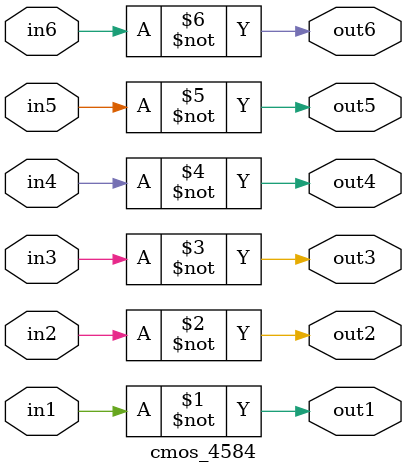
<source format=sv>

/*      _____________
      _|             |_
in1  |_|1          14|_| VCC
      _|             |_                     
out1 |_|2          13|_| in6
      _|             |_
in2  |_|3          12|_| out6
      _|             |_
out2 |_|4          11|_| in5
      _|             |_
in3  |_|5          10|_| out5
      _|             |_
out3 |_|6           9|_| in4
      _|             |_
GND  |_|7           8|_| out4
       |_____________|
*/

module cmos_4584
(
	input  in1, in2, in3, in4, in5, in6,
	output out1, out2, out3, out4, out5, out6
);

assign out1 = ~in1;
assign out2 = ~in2;
assign out3 = ~in3;
assign out4 = ~in4;
assign out5 = ~in5;
assign out6 = ~in6;
	
endmodule

</source>
